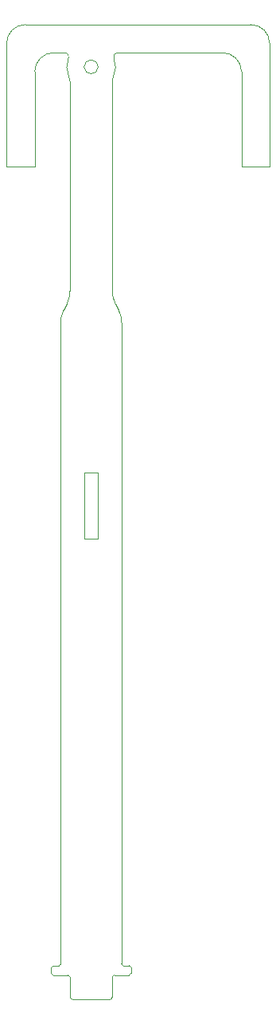
<source format=gbr>
G04*
G04 #@! TF.GenerationSoftware,Altium Limited,Altium Designer,25.1.2 (22)*
G04*
G04 Layer_Color=15441517*
%FSLAX44Y44*%
%MOMM*%
G71*
G04*
G04 #@! TF.SameCoordinates,C917C2C7-DC1F-4EFE-91AA-FEAD6B98D190*
G04*
G04*
G04 #@! TF.FilePolarity,Positive*
G04*
G01*
G75*
%ADD29C,0.0010*%
D29*
X0Y983500D02*
G03*
X7500Y991000I0J7500D01*
G01*
D02*
G03*
X0Y998500I-7500J0D01*
G01*
D02*
G03*
X-7500Y991000I0J-7500D01*
G01*
D02*
G03*
X0Y983500I7500J0D01*
G01*
X-70000Y1036000D02*
G03*
X-90000Y1016001I-1J-20000D01*
G01*
X190000Y1016001D02*
G03*
X170000Y1036000I-20000J0D01*
G01*
X160000Y986000D02*
G03*
X140000Y1006000I-19999J0D01*
G01*
X27553Y1006000D02*
G03*
X24073Y1000823I0J-3758D01*
G01*
X23472Y979817D02*
G03*
X24073Y1000823I-23471J11183D01*
G01*
X23472Y979817D02*
G03*
X22512Y976000I9027J-4301D01*
G01*
X22500Y753082D02*
G03*
X25667Y739666I30001J0D01*
G01*
X32500Y718920D02*
G03*
X29333Y732335I-29994J0D01*
G01*
X32500Y38000D02*
G03*
X34500Y36000I1999J0D01*
G01*
X42500Y34000D02*
G03*
X40500Y36000I-2000J0D01*
G01*
Y26000D02*
G03*
X42500Y28000I0J2000D01*
G01*
X24500Y26000D02*
G03*
X22500Y24000I-0J-2000D01*
G01*
X19500Y-0D02*
G03*
X22500Y3000I0J3000D01*
G01*
X-22500D02*
G03*
X-19500Y-0I3000J0D01*
G01*
X-22500Y24000D02*
G03*
X-24500Y26000I-1999J0D01*
G01*
X-42500Y28000D02*
G03*
X-40500Y26000I2000J-0D01*
G01*
X-40500Y36000D02*
G03*
X-42500Y34000I-0J-2000D01*
G01*
X-34500Y36000D02*
G03*
X-32500Y37999I0J1999D01*
G01*
X-29333Y732335D02*
G03*
X-32500Y718918I26831J-13416D01*
G01*
X-25667Y739666D02*
G03*
X-22500Y753082I-26829J13415D01*
G01*
X-22512Y976000D02*
G03*
X-23472Y979817I-9980J-482D01*
G01*
X-24073Y1000823D02*
G03*
X-23472Y979817I24073J-9822D01*
G01*
X-24074Y1000823D02*
G03*
X-27553Y1006000I-3479J1420D01*
G01*
X-40000Y1006000D02*
G03*
X-60000Y986000I-0J-20000D01*
G01*
X-7000Y490000D02*
Y560000D01*
X7000D01*
Y490000D02*
Y560000D01*
X-7000Y490000D02*
X7000D01*
X-90000Y885002D02*
Y1016001D01*
X-70000Y1036000D02*
X-30000D01*
X30000Y1036000D01*
X170000Y1036000D01*
X190000Y884997D02*
X190000Y1016001D01*
X160000Y884998D02*
X190000Y884997D01*
X160000Y884998D02*
Y986000D01*
X30000Y1006000D02*
X140000Y1006000D01*
X27553Y1006000D02*
X30000D01*
X22500Y975516D02*
X22512Y976000D01*
X22500Y753082D02*
Y975516D01*
X25667Y739666D02*
X29333Y732335D01*
X32500Y620000D02*
Y718920D01*
Y620000D02*
X32500Y45000D01*
Y38000D02*
Y45000D01*
X34500Y36000D02*
X40500Y36000D01*
X42500Y34000D02*
X42500Y28000D01*
X24500Y26000D02*
X40500Y26000D01*
X22500Y3000D02*
X22500Y24000D01*
X-19500Y-0D02*
X19500D01*
X-22500Y3000D02*
Y24000D01*
X-40500Y26000D02*
X-24500Y26000D01*
X-42500Y34000D02*
X-42500Y28000D01*
X-40500Y36000D02*
X-34500Y36000D01*
X-32500Y37999D02*
Y45000D01*
X-32500Y620000D01*
Y718918D01*
X-29333Y732335D02*
X-25667Y739666D01*
X-22500Y753082D02*
X-22500Y975516D01*
X-22512Y976000D02*
X-22500Y975516D01*
X-30000Y1006000D02*
X-27553D01*
X-40000Y1006000D02*
X-30000Y1006000D01*
X-60000Y884997D02*
X-60000Y986000D01*
X-90000Y885002D02*
X-60000Y884997D01*
M02*

</source>
